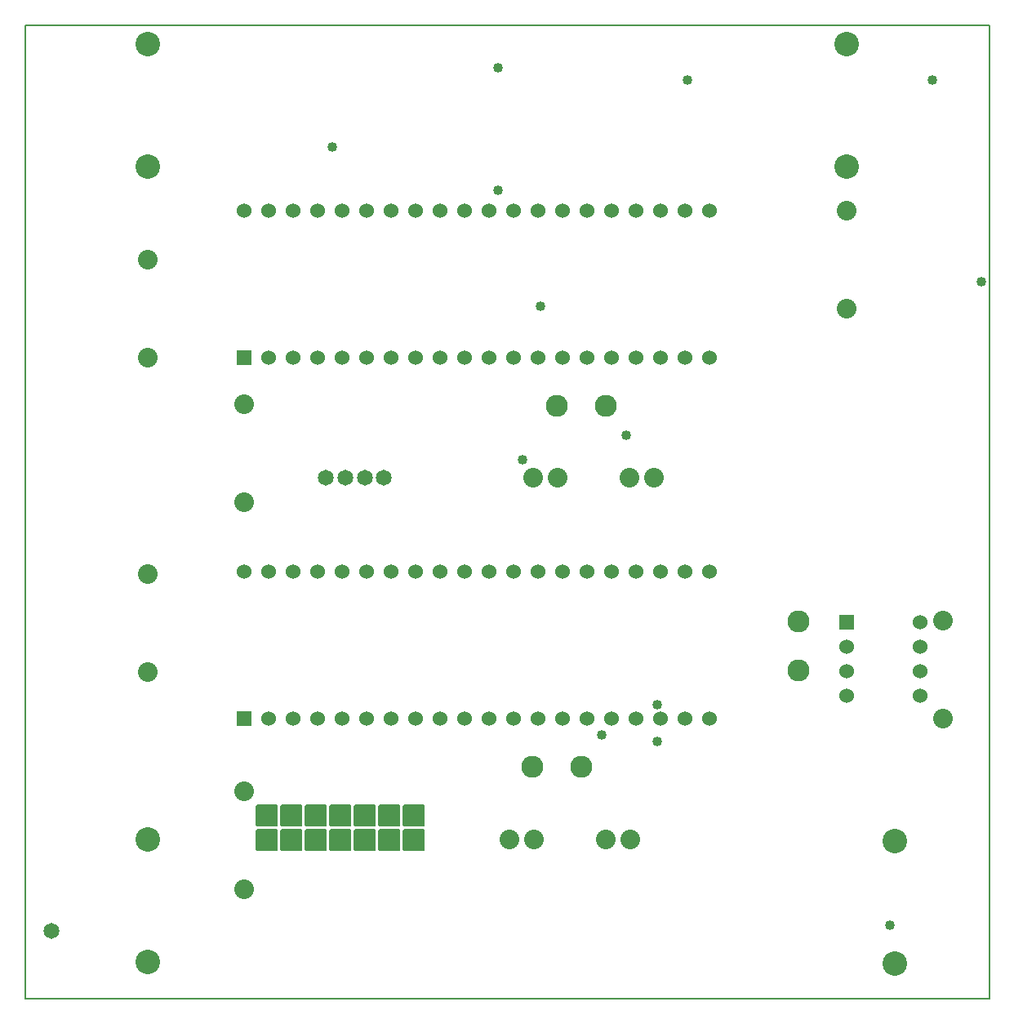
<source format=gbr>
G04 PROTEUS GERBER X2 FILE*
%TF.GenerationSoftware,Labcenter,Proteus,8.6-SP2-Build23525*%
%TF.CreationDate,2018-06-21T20:22:57+00:00*%
%TF.FileFunction,Soldermask,Bot*%
%TF.FilePolarity,Negative*%
%TF.Part,Single*%
%FSLAX45Y45*%
%MOMM*%
G01*
%TA.AperFunction,Material*%
%ADD25C,1.016000*%
%AMPPAD018*
4,1,36,
-0.635000,0.762000,
0.635000,0.762000,
0.660970,0.759470,
0.684980,0.752200,
0.706580,0.740650,
0.725290,0.725290,
0.740650,0.706570,
0.752200,0.684980,
0.759470,0.660970,
0.762000,0.635000,
0.762000,-0.635000,
0.759470,-0.660970,
0.752200,-0.684980,
0.740650,-0.706570,
0.725290,-0.725290,
0.706580,-0.740650,
0.684980,-0.752200,
0.660970,-0.759470,
0.635000,-0.762000,
-0.635000,-0.762000,
-0.660970,-0.759470,
-0.684980,-0.752200,
-0.706580,-0.740650,
-0.725290,-0.725290,
-0.740650,-0.706570,
-0.752200,-0.684980,
-0.759470,-0.660970,
-0.762000,-0.635000,
-0.762000,0.635000,
-0.759470,0.660970,
-0.752200,0.684980,
-0.740650,0.706570,
-0.725290,0.725290,
-0.706580,0.740650,
-0.684980,0.752200,
-0.660970,0.759470,
-0.635000,0.762000,
0*%
%TA.AperFunction,Material*%
%ADD26PPAD018*%
%ADD27C,1.524000*%
%TA.AperFunction,Material*%
%ADD28C,2.032000*%
%ADD29C,2.540000*%
%TA.AperFunction,Material*%
%ADD72C,1.651000*%
%TA.AperFunction,Material*%
%ADD73C,2.286000*%
%AMPPAD024*
4,1,36,
-1.016000,1.143000,
1.016000,1.143000,
1.041970,1.140470,
1.065980,1.133200,
1.087580,1.121650,
1.106290,1.106290,
1.121650,1.087570,
1.133200,1.065980,
1.140470,1.041970,
1.143000,1.016000,
1.143000,-1.016000,
1.140470,-1.041970,
1.133200,-1.065980,
1.121650,-1.087570,
1.106290,-1.106290,
1.087580,-1.121650,
1.065980,-1.133200,
1.041970,-1.140470,
1.016000,-1.143000,
-1.016000,-1.143000,
-1.041970,-1.140470,
-1.065980,-1.133200,
-1.087580,-1.121650,
-1.106290,-1.106290,
-1.121650,-1.087570,
-1.133200,-1.065980,
-1.140470,-1.041970,
-1.143000,-1.016000,
-1.143000,1.016000,
-1.140470,1.041970,
-1.133200,1.065980,
-1.121650,1.087570,
-1.106290,1.106290,
-1.087580,1.121650,
-1.065980,1.133200,
-1.041970,1.140470,
-1.016000,1.143000,
0*%
%TA.AperFunction,Material*%
%ADD30PPAD024*%
%AMPPAD025*
4,1,36,
0.762000,0.635000,
0.762000,-0.635000,
0.759470,-0.660970,
0.752200,-0.684980,
0.740650,-0.706580,
0.725290,-0.725290,
0.706570,-0.740650,
0.684980,-0.752200,
0.660970,-0.759470,
0.635000,-0.762000,
-0.635000,-0.762000,
-0.660970,-0.759470,
-0.684980,-0.752200,
-0.706570,-0.740650,
-0.725290,-0.725290,
-0.740650,-0.706580,
-0.752200,-0.684980,
-0.759470,-0.660970,
-0.762000,-0.635000,
-0.762000,0.635000,
-0.759470,0.660970,
-0.752200,0.684980,
-0.740650,0.706580,
-0.725290,0.725290,
-0.706570,0.740650,
-0.684980,0.752200,
-0.660970,0.759470,
-0.635000,0.762000,
0.635000,0.762000,
0.660970,0.759470,
0.684980,0.752200,
0.706570,0.740650,
0.725290,0.725290,
0.740650,0.706580,
0.752200,0.684980,
0.759470,0.660970,
0.762000,0.635000,
0*%
%TA.AperFunction,Material*%
%ADD31PPAD025*%
%TA.AperFunction,Profile*%
%ADD20C,0.203200*%
%TD.AperFunction*%
D25*
X+5397500Y+6032500D03*
X-1333500Y+7429500D03*
X+635000Y+4191000D03*
X+1460500Y+1333500D03*
X+1714500Y+4445000D03*
X+825500Y+5778500D03*
X+2032000Y+1270000D03*
X+2032000Y+1651000D03*
X+381000Y+8255000D03*
X+381000Y+6985000D03*
X+4889500Y+8128000D03*
X+4445000Y-635000D03*
X+2349500Y+8128000D03*
D26*
X-2250000Y+5250000D03*
D27*
X-1996000Y+5250000D03*
X-1742000Y+5250000D03*
X-1488000Y+5250000D03*
X-1234000Y+5250000D03*
X-980000Y+5250000D03*
X-726000Y+5250000D03*
X-472000Y+5250000D03*
X-218000Y+5250000D03*
X+36000Y+5250000D03*
X+290000Y+5250000D03*
X+544000Y+5250000D03*
X+798000Y+5250000D03*
X+1052000Y+5250000D03*
X+1306000Y+5250000D03*
X+1560000Y+5250000D03*
X+1814000Y+5250000D03*
X+2068000Y+5250000D03*
X+2322000Y+5250000D03*
X+2576000Y+5250000D03*
X+2576000Y+6774000D03*
X+2322000Y+6774000D03*
X+2068000Y+6774000D03*
X+1814000Y+6774000D03*
X+1560000Y+6774000D03*
X+1306000Y+6774000D03*
X+1052000Y+6774000D03*
X+798000Y+6774000D03*
X+544000Y+6774000D03*
X+290000Y+6774000D03*
X+36000Y+6774000D03*
X-218000Y+6774000D03*
X-472000Y+6774000D03*
X-726000Y+6774000D03*
X-980000Y+6774000D03*
X-1234000Y+6774000D03*
X-1488000Y+6774000D03*
X-1742000Y+6774000D03*
X-1996000Y+6774000D03*
X-2250000Y+6774000D03*
D26*
X-2250000Y+1500000D03*
D27*
X-1996000Y+1500000D03*
X-1742000Y+1500000D03*
X-1488000Y+1500000D03*
X-1234000Y+1500000D03*
X-980000Y+1500000D03*
X-726000Y+1500000D03*
X-472000Y+1500000D03*
X-218000Y+1500000D03*
X+36000Y+1500000D03*
X+290000Y+1500000D03*
X+544000Y+1500000D03*
X+798000Y+1500000D03*
X+1052000Y+1500000D03*
X+1306000Y+1500000D03*
X+1560000Y+1500000D03*
X+1814000Y+1500000D03*
X+2068000Y+1500000D03*
X+2322000Y+1500000D03*
X+2576000Y+1500000D03*
X+2576000Y+3024000D03*
X+2322000Y+3024000D03*
X+2068000Y+3024000D03*
X+1814000Y+3024000D03*
X+1560000Y+3024000D03*
X+1306000Y+3024000D03*
X+1052000Y+3024000D03*
X+798000Y+3024000D03*
X+544000Y+3024000D03*
X+290000Y+3024000D03*
X+36000Y+3024000D03*
X-218000Y+3024000D03*
X-472000Y+3024000D03*
X-726000Y+3024000D03*
X-980000Y+3024000D03*
X-1234000Y+3024000D03*
X-1488000Y+3024000D03*
X-1742000Y+3024000D03*
X-1996000Y+3024000D03*
X-2250000Y+3024000D03*
D28*
X+750000Y+4000000D03*
X+1004000Y+4000000D03*
X+1750000Y+4000000D03*
X+2004000Y+4000000D03*
X+500000Y+250000D03*
X+754000Y+250000D03*
X+1500000Y+250000D03*
X+1754000Y+250000D03*
D29*
X+4000000Y+8500000D03*
X+4000000Y+7230000D03*
X-3250000Y+8500000D03*
X-3250000Y+7230000D03*
X+4500000Y+230000D03*
X+4500000Y-1040000D03*
X-3250000Y+250000D03*
X-3250000Y-1020000D03*
D72*
X-4250000Y-700000D03*
X-800000Y+4000000D03*
X-1000000Y+4000000D03*
X-1200000Y+4000000D03*
X-1400000Y+4000000D03*
D28*
X-2250000Y+3750000D03*
X-2250000Y+4766000D03*
X-3250000Y+5250000D03*
X-3250000Y+6266000D03*
X+4000000Y+5750000D03*
X+4000000Y+6766000D03*
X+5000000Y+2516000D03*
X+5000000Y+1500000D03*
X-3250000Y+3000000D03*
X-3250000Y+1984000D03*
X-2250000Y+750000D03*
X-2250000Y-266000D03*
D73*
X+1500000Y+4750000D03*
X+992000Y+4750000D03*
X+1250000Y+1000000D03*
X+742000Y+1000000D03*
D30*
X-2016000Y+246000D03*
X-1762000Y+246000D03*
X-1508000Y+246000D03*
X-1254000Y+246000D03*
X-1000000Y+246000D03*
X-746000Y+246000D03*
X-492000Y+246000D03*
X-492000Y+500000D03*
X-746000Y+500000D03*
X-1000000Y+500000D03*
X-1254000Y+500000D03*
X-1508000Y+500000D03*
X-1762000Y+500000D03*
X-2016000Y+500000D03*
D31*
X+4000000Y+2500000D03*
D27*
X+4000000Y+2246000D03*
X+4000000Y+1992000D03*
X+4000000Y+1738000D03*
X+4762000Y+1738000D03*
X+4762000Y+1992000D03*
X+4762000Y+2246000D03*
X+4762000Y+2500000D03*
D73*
X+3500000Y+2000000D03*
X+3500000Y+2508000D03*
D20*
X-4520000Y-1400000D02*
X+5480000Y-1400000D01*
X+5480000Y+8690000D01*
X-4520000Y+8690000D01*
X-4520000Y-1400000D01*
M02*

</source>
